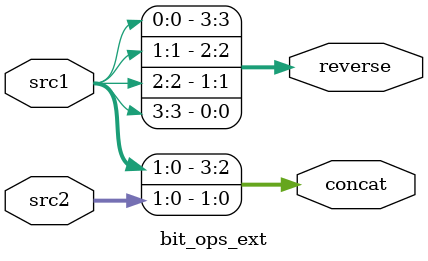
<source format=sv>
module bit_ops_ext (
    input [3:0] src1,
    input [3:0] src2,
    output [3:0] concat,
    output [3:0] reverse
);
    assign concat = {src1[1:0], src2[1:0]};
    assign reverse = {src1[0], src1[1], src1[2], src1[3]};
endmodule

</source>
